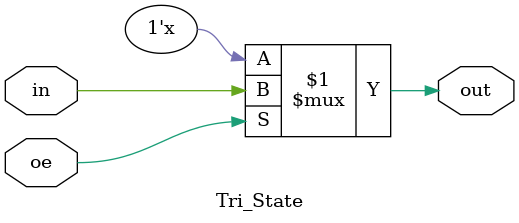
<source format=v>
module Tri_State(out,in,oe);
	output out;
	input in,oe;
	
	assign out = oe ? in:1'bz;
	
endmodule

</source>
